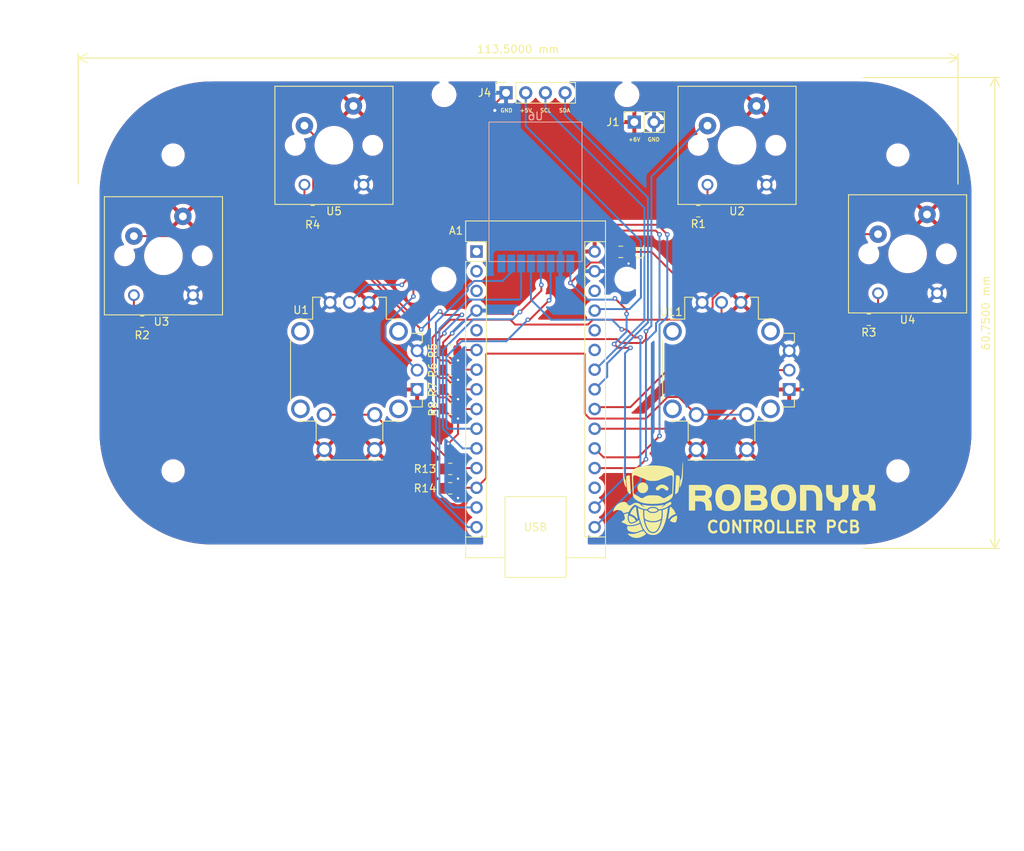
<source format=kicad_pcb>
(kicad_pcb (version 20211014) (generator pcbnew)
  (layers (0 "F.Cu" signal) (31 "B.Cu" signal) (34 "B.Paste" user) (35 "F.Paste" user) (36 "B.SilkS" user "B.Silkscreen") (37 "F.SilkS" user "F.Silkscreen") (38 "B.Mask" user) (39 "F.Mask" user) (44 "Edge.Cuts" user))
  (net 0 "")
  (net 2 "GND")
  (net 3 "Net-(A1-Pad10)")
  (net 4 "Net-(A1-Pad11)")
  (net 5 "Net-(A1-Pad12)")
  (net 6 "Net-(A1-Pad13)")
  (net 7 "Net-(A1-Pad14)")
  (net 8 "Net-(A1-Pad15)")
  (net 9 "Net-(A1-Pad16)")
  (net 10 "+3.3V")
  (net 15 "Net-(A1-Pad6)")
  (net 16 "+5V")
  (net 18 "+6V")
  (net 20 "/SDA")
  (net 21 "/SCL")
  (net 23 "Net-(A1-Pad7)")
  (net 24 "Net-(A1-Pad8)")
  (net 25 "Net-(A1-Pad9)")
  (net 26 "Net-(A1-Pad19)")
  (net 27 "Net-(A1-Pad20)")
  (net 28 "Net-(A1-Pad21)")
  (net 29 "Net-(A1-Pad22)")
  (net 31 "Net-(R1-Pad1)")
  (net 32 "Net-(R2-Pad1)")
  (net 33 "Net-(R3-Pad1)")
  (net 34 "Net-(R4-Pad1)")
  (footprint "THB001P:CNK_THB001P" (layer "F.Cu") (at 76 109)
    (fp_text reference "U1" (at -6.25 -7.75) (layer "F.SilkS"))
    (fp_text value "THB001P")
    (pad "A" thru_hole circle locked (at -3.25 5.75) (size 1.95 1.95) (drill 1.3) (layers *.Cu *.Mask) (net 5 "Net-(A1-Pad12)"))
    (pad "B" thru_hole circle locked (at 3.25 5.75) (size 1.95 1.95) (drill 1.3) (layers *.Cu *.Mask) (net 5 "Net-(A1-Pad12)"))
    (pad "C" thru_hole circle locked (at -3.25 10.25) (size 1.95 1.95) (drill 1.3) (layers *.Cu *.Mask) (net 18 "+6V"))
    (pad "D" thru_hole circle locked (at 3.25 10.25) (size 1.95 1.95) (drill 1.3) (layers *.Cu *.Mask) (net 18 "+6V"))
    (pad "S1" thru_hole circle locked (at 6.325 -5) (size 2.4 2.4) (drill 1.6) (layers *.Cu *.Mask))
    (pad "S2" thru_hole circle locked (at -6.325 -5) (size 2.4 2.4) (drill 1.6) (layers *.Cu *.Mask))
    (pad "S3" thru_hole circle locked (at -6.325 5) (size 2.4 2.4) (drill 1.6) (layers *.Cu *.Mask))
    (pad "S4" thru_hole circle locked (at 6.325 5) (size 2.4 2.4) (drill 1.6) (layers *.Cu *.Mask))
    (pad "VR1_1" thru_hole rect locked (at 8.73 2.5) (size 1.65 1.65) (drill 1.1) (layers *.Cu *.Mask) (net 18 "+6V"))
    (pad "VR1_2" thru_hole circle locked (at 8.73 0) (size 1.65 1.65) (drill 1.1) (layers *.Cu *.Mask) (net 26 "Net-(A1-Pad19)"))
    (pad "VR1_3" thru_hole circle locked (at 8.73 -2.5) (size 1.65 1.65) (drill 1.1) (layers *.Cu *.Mask) (net 2 "GND"))
    (pad "VR2_1" thru_hole circle locked (at 2.5 -8.73) (size 1.65 1.65) (drill 1.1) (layers *.Cu *.Mask) (net 18 "+6V"))
    (pad "VR2_2" thru_hole circle locked (at 0 -8.73) (size 1.65 1.65) (drill 1.1) (layers *.Cu *.Mask) (net 27 "Net-(A1-Pad20)"))
    (pad "VR2_3" thru_hole circle locked (at -2.5 -8.73) (size 1.65 1.65) (drill 1.1) (layers *.Cu *.Mask) (net 2 "GND"))
  )
  (footprint "Resistor_SMD:R_0805_2012Metric" (layer "F.Cu") (at 49.25 102.75)
    (fp_text reference "R2" (at 0 1.75) (layer "F.SilkS"))
    (fp_text value "68R")
    (pad "1" smd roundrect (at -0.9125 0) (size 1.025 1.4) (layers "F.Cu" "F.Paste" "F.Mask") (roundrect_rratio 0.243902439) (net 32 "Net-(R2-Pad1)"))
    (pad "2" smd roundrect (at 0.9125 0) (size 1.025 1.4) (layers "F.Cu" "F.Paste" "F.Mask") (roundrect_rratio 0.243902439) (net 18 "+6V"))
  )
  (footprint "THB001P:CNK_THB001P" (layer "F.Cu") (at 124 109)
    (fp_text reference "U11" (at -6.5 -7.5) (layer "F.SilkS"))
    (fp_text value "THB001P")
    (pad "A" thru_hole circle locked (at -3.25 5.75) (size 1.95 1.95) (drill 1.3) (layers *.Cu *.Mask) (net 6 "Net-(A1-Pad13)"))
    (pad "B" thru_hole circle locked (at 3.25 5.75) (size 1.95 1.95) (drill 1.3) (layers *.Cu *.Mask) (net 6 "Net-(A1-Pad13)"))
    (pad "C" thru_hole circle locked (at -3.25 10.25) (size 1.95 1.95) (drill 1.3) (layers *.Cu *.Mask) (net 18 "+6V"))
    (pad "D" thru_hole circle locked (at 3.25 10.25) (size 1.95 1.95) (drill 1.3) (layers *.Cu *.Mask) (net 18 "+6V"))
    (pad "S1" thru_hole circle locked (at 6.325 -5) (size 2.4 2.4) (drill 1.6) (layers *.Cu *.Mask))
    (pad "S2" thru_hole circle locked (at -6.325 -5) (size 2.4 2.4) (drill 1.6) (layers *.Cu *.Mask))
    (pad "S3" thru_hole circle locked (at -6.325 5) (size 2.4 2.4) (drill 1.6) (layers *.Cu *.Mask))
    (pad "S4" thru_hole circle locked (at 6.325 5) (size 2.4 2.4) (drill 1.6) (layers *.Cu *.Mask))
    (pad "VR1_1" thru_hole rect locked (at 8.73 2.5) (size 1.65 1.65) (drill 1.1) (layers *.Cu *.Mask) (net 18 "+6V"))
    (pad "VR1_2" thru_hole circle locked (at 8.73 0) (size 1.65 1.65) (drill 1.1) (layers *.Cu *.Mask) (net 28 "Net-(A1-Pad21)"))
    (pad "VR1_3" thru_hole circle locked (at 8.73 -2.5) (size 1.65 1.65) (drill 1.1) (layers *.Cu *.Mask) (net 2 "GND"))
    (pad "VR2_1" thru_hole circle locked (at 2.5 -8.73) (size 1.65 1.65) (drill 1.1) (layers *.Cu *.Mask) (net 18 "+6V"))
    (pad "VR2_2" thru_hole circle locked (at 0 -8.73) (size 1.65 1.65) (drill 1.1) (layers *.Cu *.Mask) (net 29 "Net-(A1-Pad22)"))
    (pad "VR2_3" thru_hole circle locked (at -2.5 -8.73) (size 1.65 1.65) (drill 1.1) (layers *.Cu *.Mask) (net 2 "GND"))
  )
  (footprint "Resistor_SMD:R_0805_2012Metric" (layer "F.Cu") (at 89 114)
    (fp_text reference "R8" (at -2.25 0 90) (layer "F.SilkS"))
    (fp_text value "10K")
    (pad "1" smd roundrect (at -0.9125 0) (size 1.025 1.4) (layers "F.Cu" "F.Paste" "F.Mask") (roundrect_rratio 0.243902439) (net 2 "GND"))
    (pad "2" smd roundrect (at 0.9125 0) (size 1.025 1.4) (layers "F.Cu" "F.Paste" "F.Mask") (roundrect_rratio 0.243902439) (net 25 "Net-(A1-Pad9)"))
  )
  (footprint "MX1A-11NN:CHERRY_MX1A-11NN_SWITCH" (layer "F.Cu") (at 126 80)
    (fp_text reference "U2" (at 0 8.5) (layer "F.SilkS"))
    (fp_text value "MX1A-11NN")
    (pad "" np_thru_hole circle locked (at -5 0) (size 1.7 1.7) (drill 1.7) (layers *.Cu *.Mask))
    (pad "" np_thru_hole circle locked (at 5 0) (size 1.7 1.7) (drill 1.7) (layers *.Cu *.Mask))
    (pad "" np_thru_hole circle locked (at 0 0) (size 3.9878 3.9878) (drill 3.9878) (layers *.Cu *.Mask))
    (pad "BR1" thru_hole circle locked (at -3.81 5.08) (size 1.508 1.508) (drill 1) (layers *.Cu *.Mask) (net 31 "Net-(R1-Pad1)"))
    (pad "BR2" thru_hole circle locked (at 3.81 5.08) (size 1.508 1.508) (drill 1) (layers *.Cu *.Mask) (net 2 "GND"))
    (pad "P$1" thru_hole circle locked (at 2.51 -5.08) (size 2.25 2.25) (drill 1) (layers *.Cu *.Mask) (net 18 "+6V"))
    (pad "P$2" thru_hole circle locked (at -3.81 -2.54) (size 2.25 2.25) (drill 1) (layers *.Cu *.Mask) (net 15 "Net-(A1-Pad6)"))
  )
  (footprint "MX1A-11NN:CHERRY_MX1A-11NN_SWITCH" (layer "F.Cu") (at 52 94.25)
    (fp_text reference "U3" (at -0.25 8.5) (layer "F.SilkS"))
    (fp_text value "MX1A-11NN")
    (pad "" np_thru_hole circle locked (at -5 0) (size 1.7 1.7) (drill 1.7) (layers *.Cu *.Mask))
    (pad "" np_thru_hole circle locked (at 5 0) (size 1.7 1.7) (drill 1.7) (layers *.Cu *.Mask))
    (pad "" np_thru_hole circle locked (at 0 0) (size 3.9878 3.9878) (drill 3.9878) (layers *.Cu *.Mask))
    (pad "BR1" thru_hole circle locked (at -3.81 5.08) (size 1.508 1.508) (drill 1) (layers *.Cu *.Mask) (net 32 "Net-(R2-Pad1)"))
    (pad "BR2" thru_hole circle locked (at 3.81 5.08) (size 1.508 1.508) (drill 1) (layers *.Cu *.Mask) (net 2 "GND"))
    (pad "P$1" thru_hole circle locked (at 2.51 -5.08) (size 2.25 2.25) (drill 1) (layers *.Cu *.Mask) (net 18 "+6V"))
    (pad "P$2" thru_hole circle locked (at -3.81 -2.54) (size 2.25 2.25) (drill 1) (layers *.Cu *.Mask) (net 23 "Net-(A1-Pad7)"))
  )
  (footprint "Resistor_SMD:R_0805_2012Metric" (layer "F.Cu") (at 89 124.25)
    (fp_text reference "R14" (at -3.25 0) (layer "F.SilkS"))
    (fp_text value "10K")
    (pad "1" smd roundrect (at -0.9125 0) (size 1.025 1.4) (layers "F.Cu" "F.Paste" "F.Mask") (roundrect_rratio 0.243902439) (net 2 "GND"))
    (pad "2" smd roundrect (at 0.9125 0) (size 1.025 1.4) (layers "F.Cu" "F.Paste" "F.Mask") (roundrect_rratio 0.243902439) (net 6 "Net-(A1-Pad13)"))
  )
  (footprint "Module:Arduino_Nano" (layer "F.Cu") (at 92.39 93.7)
    (fp_text reference "A1" (at -2.64 -2.7) (layer "F.SilkS"))
    (fp_text value "Arduino_Nano_v3.x")
    (fp_text user "USB" (at 7.62 35.56 unlocked) (layer "F.SilkS"))
    (pad "1" thru_hole rect (at 0 0) (size 1.6 1.6) (drill 1) (layers *.Cu *.Mask))
    (pad "2" thru_hole oval (at 0 2.54) (size 1.6 1.6) (drill 1) (layers *.Cu *.Mask))
    (pad "3" thru_hole oval (at 0 5.08) (size 1.6 1.6) (drill 1) (layers *.Cu *.Mask))
    (pad "4" thru_hole oval (at 0 7.62) (size 1.6 1.6) (drill 1) (layers *.Cu *.Mask) (net 2 "GND"))
    (pad "5" thru_hole oval (at 0 10.16) (size 1.6 1.6) (drill 1) (layers *.Cu *.Mask))
    (pad "6" thru_hole oval (at 0 12.7) (size 1.6 1.6) (drill 1) (layers *.Cu *.Mask) (net 15 "Net-(A1-Pad6)"))
    (pad "7" thru_hole oval (at 0 15.24) (size 1.6 1.6) (drill 1) (layers *.Cu *.Mask) (net 23 "Net-(A1-Pad7)"))
    (pad "8" thru_hole oval (at 0 17.78) (size 1.6 1.6) (drill 1) (layers *.Cu *.Mask) (net 24 "Net-(A1-Pad8)"))
    (pad "9" thru_hole oval (at 0 20.32) (size 1.6 1.6) (drill 1) (layers *.Cu *.Mask) (net 25 "Net-(A1-Pad9)"))
    (pad "10" thru_hole oval (at 0 22.86) (size 1.6 1.6) (drill 1) (layers *.Cu *.Mask) (net 3 "Net-(A1-Pad10)"))
    (pad "11" thru_hole oval (at 0 25.4) (size 1.6 1.6) (drill 1) (layers *.Cu *.Mask) (net 4 "Net-(A1-Pad11)"))
    (pad "12" thru_hole oval (at 0 27.94) (size 1.6 1.6) (drill 1) (layers *.Cu *.Mask) (net 5 "Net-(A1-Pad12)"))
    (pad "13" thru_hole oval (at 0 30.48) (size 1.6 1.6) (drill 1) (layers *.Cu *.Mask) (net 6 "Net-(A1-Pad13)"))
    (pad "14" thru_hole oval (at 0 33.02) (size 1.6 1.6) (drill 1) (layers *.Cu *.Mask) (net 7 "Net-(A1-Pad14)"))
    (pad "15" thru_hole oval (at 0 35.56) (size 1.6 1.6) (drill 1) (layers *.Cu *.Mask) (net 8 "Net-(A1-Pad15)"))
    (pad "16" thru_hole oval (at 15.24 35.56) (size 1.6 1.6) (drill 1) (layers *.Cu *.Mask) (net 9 "Net-(A1-Pad16)"))
    (pad "17" thru_hole oval (at 15.24 33.02) (size 1.6 1.6) (drill 1) (layers *.Cu *.Mask) (net 10 "+3.3V"))
    (pad "18" thru_hole oval (at 15.24 30.48) (size 1.6 1.6) (drill 1) (layers *.Cu *.Mask))
    (pad "19" thru_hole oval (at 15.24 27.94) (size 1.6 1.6) (drill 1) (layers *.Cu *.Mask) (net 26 "Net-(A1-Pad19)"))
    (pad "20" thru_hole oval (at 15.24 25.4) (size 1.6 1.6) (drill 1) (layers *.Cu *.Mask) (net 27 "Net-(A1-Pad20)"))
    (pad "21" thru_hole oval (at 15.24 22.86) (size 1.6 1.6) (drill 1) (layers *.Cu *.Mask) (net 28 "Net-(A1-Pad21)"))
    (pad "22" thru_hole oval (at 15.24 20.32) (size 1.6 1.6) (drill 1) (layers *.Cu *.Mask) (net 29 "Net-(A1-Pad22)"))
    (pad "23" thru_hole oval (at 15.24 17.78) (size 1.6 1.6) (drill 1) (layers *.Cu *.Mask) (net 20 "/SDA"))
    (pad "24" thru_hole oval (at 15.24 15.24) (size 1.6 1.6) (drill 1) (layers *.Cu *.Mask) (net 21 "/SCL"))
    (pad "25" thru_hole oval (at 15.24 12.7) (size 1.6 1.6) (drill 1) (layers *.Cu *.Mask))
    (pad "26" thru_hole oval (at 15.24 10.16) (size 1.6 1.6) (drill 1) (layers *.Cu *.Mask))
    (pad "27" thru_hole oval (at 15.24 7.62) (size 1.6 1.6) (drill 1) (layers *.Cu *.Mask) (net 16 "+5V"))
    (pad "28" thru_hole oval (at 15.24 5.08) (size 1.6 1.6) (drill 1) (layers *.Cu *.Mask))
    (pad "29" thru_hole oval (at 15.24 2.54) (size 1.6 1.6) (drill 1) (layers *.Cu *.Mask) (net 2 "GND"))
    (pad "30" thru_hole oval (at 15.24 0) (size 1.6 1.6) (drill 1) (layers *.Cu *.Mask) (net 18 "+6V"))
  )
  (footprint "Capacitor_SMD:C_0805_2012Metric" (layer "F.Cu") (at 111 93.75)
    (fp_text reference "C1" (at 2.5 0 90) (layer "F.SilkS"))
    (fp_text value "10UF")
    (pad "1" smd roundrect (at -0.95 0) (size 1 1.45) (layers "F.Cu" "F.Paste" "F.Mask") (net 10 "+3.3V"))
    (pad "2" smd roundrect (at 0.95 0) (size 1 1.45) (layers "F.Cu" "F.Paste" "F.Mask") (net 2 "GND"))
  )
  (footprint "Resistor_SMD:R_0805_2012Metric" (layer "F.Cu") (at 89 121.75)
    (fp_text reference "R13" (at -3.25 0) (layer "F.SilkS"))
    (fp_text value "10K")
    (pad "1" smd roundrect (at -0.9125 0) (size 1.025 1.4) (layers "F.Cu" "F.Paste" "F.Mask") (roundrect_rratio 0.243902439) (net 2 "GND"))
    (pad "2" smd roundrect (at 0.9125 0) (size 1.025 1.4) (layers "F.Cu" "F.Paste" "F.Mask") (roundrect_rratio 0.243902439) (net 5 "Net-(A1-Pad12)"))
  )
  (footprint "LOGO" (layer "F.Cu") (at 127 125.5)
    (fp_text reference "G***" hide)
    (fp_text value "LOGO" hide)
  )
  (footprint "Resistor_SMD:R_0805_2012Metric" (layer "F.Cu") (at 71.25 88.5)
    (fp_text reference "R4" (at 0 1.75) (layer "F.SilkS"))
    (fp_text value "68R")
    (pad "1" smd roundrect (at -0.9125 0) (size 1.025 1.4) (layers "F.Cu" "F.Paste" "F.Mask") (roundrect_rratio 0.243902439) (net 34 "Net-(R4-Pad1)"))
    (pad "2" smd roundrect (at 0.9125 0) (size 1.025 1.4) (layers "F.Cu" "F.Paste" "F.Mask") (roundrect_rratio 0.243902439) (net 18 "+6V"))
  )
  (footprint "MX1A-11NN:CHERRY_MX1A-11NN_SWITCH" (layer "F.Cu") (at 148 94)
    (fp_text reference "U4" (at 0 8.5) (layer "F.SilkS"))
    (fp_text value "MX1A-11NN")
    (pad "" np_thru_hole circle locked (at 0 0) (size 3.9878 3.9878) (drill 3.9878) (layers *.Cu *.Mask))
    (pad "" np_thru_hole circle locked (at 5 0) (size 1.7 1.7) (drill 1.7) (layers *.Cu *.Mask))
    (pad "" np_thru_hole circle locked (at -5 0) (size 1.7 1.7) (drill 1.7) (layers *.Cu *.Mask))
    (pad "BR1" thru_hole circle locked (at -3.81 5.08) (size 1.508 1.508) (drill 1) (layers *.Cu *.Mask) (net 33 "Net-(R3-Pad1)"))
    (pad "BR2" thru_hole circle locked (at 3.81 5.08) (size 1.508 1.508) (drill 1) (layers *.Cu *.Mask) (net 2 "GND"))
    (pad "P$1" thru_hole circle locked (at 2.51 -5.08) (size 2.25 2.25) (drill 1) (layers *.Cu *.Mask) (net 18 "+6V"))
    (pad "P$2" thru_hole circle locked (at -3.81 -2.54) (size 2.25 2.25) (drill 1) (layers *.Cu *.Mask) (net 24 "Net-(A1-Pad8)"))
  )
  (footprint "MX1A-11NN:CHERRY_MX1A-11NN_SWITCH" (layer "F.Cu") (at 74 80)
    (fp_text reference "U5" (at 0 8.5) (layer "F.SilkS"))
    (fp_text value "MX1A-11NN")
    (pad "" np_thru_hole circle locked (at -5 0) (size 1.7 1.7) (drill 1.7) (layers *.Cu *.Mask))
    (pad "" np_thru_hole circle locked (at 5 0) (size 1.7 1.7) (drill 1.7) (layers *.Cu *.Mask))
    (pad "" np_thru_hole circle locked (at 0 0) (size 3.9878 3.9878) (drill 3.9878) (layers *.Cu *.Mask))
    (pad "BR1" thru_hole circle locked (at -3.81 5.08) (size 1.508 1.508) (drill 1) (layers *.Cu *.Mask) (net 34 "Net-(R4-Pad1)"))
    (pad "BR2" thru_hole circle locked (at 3.81 5.08) (size 1.508 1.508) (drill 1) (layers *.Cu *.Mask) (net 2 "GND"))
    (pad "P$1" thru_hole circle locked (at 2.51 -5.08) (size 2.25 2.25) (drill 1) (layers *.Cu *.Mask) (net 18 "+6V"))
    (pad "P$2" thru_hole circle locked (at -3.81 -2.54) (size 2.25 2.25) (drill 1) (layers *.Cu *.Mask) (net 25 "Net-(A1-Pad9)"))
  )
  (footprint "Resistor_SMD:R_0805_2012Metric" (layer "F.Cu") (at 89 106.5)
    (fp_text reference "R5" (at -2.25 0 90) (layer "F.SilkS"))
    (fp_text value "10K")
    (pad "1" smd roundrect (at -0.9125 0) (size 1.025 1.4) (layers "F.Cu" "F.Paste" "F.Mask") (roundrect_rratio 0.243902439) (net 2 "GND"))
    (pad "2" smd roundrect (at 0.9125 0) (size 1.025 1.4) (layers "F.Cu" "F.Paste" "F.Mask") (roundrect_rratio 0.243902439) (net 15 "Net-(A1-Pad6)"))
  )
  (footprint "Resistor_SMD:R_0805_2012Metric" (layer "F.Cu") (at 89 109)
    (fp_text reference "R6" (at -2.25 0 90) (layer "F.SilkS"))
    (fp_text value "10K")
    (pad "1" smd roundrect (at -0.9125 0) (size 1.025 1.4) (layers "F.Cu" "F.Paste" "F.Mask") (roundrect_rratio 0.243902439) (net 2 "GND"))
    (pad "2" smd roundrect (at 0.9125 0) (size 1.025 1.4) (layers "F.Cu" "F.Paste" "F.Mask") (roundrect_rratio 0.243902439) (net 23 "Net-(A1-Pad7)"))
  )
  (footprint "Connector_PinSocket_2.54mm:PinSocket_1x02_P2.54mm_Vertical" (layer "F.Cu") (at 112.75 77 90)
    (fp_text reference "J1" (at 0 -2.75 180) (layer "F.SilkS"))
    (fp_text value "Screw_Terminal_01x02")
    (pad "1" thru_hole rect (at 0 0 90) (size 1.7 1.7) (drill 1) (layers *.Cu *.Mask) (net 18 "+6V"))
    (pad "2" thru_hole oval (at 0 2.54 90) (size 1.7 1.7) (drill 1) (layers *.Cu *.Mask) (net 2 "GND"))
  )
  (footprint "Resistor_SMD:R_0805_2012Metric" (layer "F.Cu") (at 143 102.5 180)
    (fp_text reference "R3" (at 0 -1.65 180) (layer "F.SilkS"))
    (fp_text value "68R")
    (pad "1" smd roundrect (at -0.9125 0 180) (size 1.025 1.4) (layers "F.Cu" "F.Paste" "F.Mask") (roundrect_rratio 0.243902439) (net 33 "Net-(R3-Pad1)"))
    (pad "2" smd roundrect (at 0.9125 0 180) (size 1.025 1.4) (layers "F.Cu" "F.Paste" "F.Mask") (roundrect_rratio 0.243902439) (net 18 "+6V"))
  )
  (footprint "Resistor_SMD:R_0805_2012Metric" (layer "F.Cu") (at 121 88.5 180)
    (fp_text reference "R1" (at 0 -1.65 180) (layer "F.SilkS"))
    (fp_text value "68R")
    (pad "1" smd roundrect (at -0.9125 0 180) (size 1.025 1.4) (layers "F.Cu" "F.Paste" "F.Mask") (roundrect_rratio 0.243902439) (net 31 "Net-(R1-Pad1)"))
    (pad "2" smd roundrect (at 0.9125 0 180) (size 1.025 1.4) (layers "F.Cu" "F.Paste" "F.Mask") (roundrect_rratio 0.243902439) (net 18 "+6V"))
  )
  (footprint "Resistor_SMD:R_0805_2012Metric" (layer "F.Cu") (at 89 111.5)
    (fp_text reference "R7" (at -2.25 0 90) (layer "F.SilkS"))
    (fp_text value "10K")
    (pad "1" smd roundrect (at -0.9125 0) (size 1.025 1.4) (layers "F.Cu" "F.Paste" "F.Mask") (roundrect_rratio 0.243902439) (net 2 "GND"))
    (pad "2" smd roundrect (at 0.9125 0) (size 1.025 1.4) (layers "F.Cu" "F.Paste" "F.Mask") (roundrect_rratio 0.243902439) (net 24 "Net-(A1-Pad8)"))
  )
  (footprint "Connector_PinSocket_2.54mm:PinSocket_1x04_P2.54mm_Vertical" (layer "F.Cu") (at 96.2 73.225 90)
    (fp_text reference "J4" (at 0 -2.77 180) (layer "F.SilkS"))
    (fp_text value "OLED SCREEN")
    (pad "1" thru_hole rect (at 0 0 90) (size 1.7 1.7) (drill 1) (layers *.Cu *.Mask) (net 2 "GND"))
    (pad "2" thru_hole oval (at 0 2.54 90) (size 1.7 1.7) (drill 1) (layers *.Cu *.Mask) (net 16 "+5V"))
    (pad "3" thru_hole oval (at 0 5.08 90) (size 1.7 1.7) (drill 1) (layers *.Cu *.Mask) (net 21 "/SCL"))
    (pad "4" thru_hole oval (at 0 7.62 90) (size 1.7 1.7) (drill 1) (layers *.Cu *.Mask) (net 20 "/SDA"))
  )
  (footprint "nRF24L01BRKT_SMD:nRF24L01_Breakout_SMD" (layer "B.Cu") (at 106 95 90)
    (fp_text reference "U6" (at 18.75 -6 unlocked) (layer "B.SilkS") (effects (justify mirror)))
    (fp_text value "NRF24L01_Breakout")
    (pad "1" smd rect (at -0.25 -2.78 90) (size 2.286 1) (layers "B.Cu" "B.Paste" "B.Mask") (net 2 "GND"))
    (pad "2" smd rect (at -0.25 -1.51 90) (size 2.286 1) (layers "B.Cu" "B.Paste" "B.Mask") (net 10 "+3.3V"))
    (pad "3" smd rect (at -0.25 -4.05 90) (size 2.286 1) (layers "B.Cu" "B.Paste" "B.Mask") (net 3 "Net-(A1-Pad10)"))
    (pad "4" smd rect (at -0.25 -5.32 90) (size 2.286 1) (layers "B.Cu" "B.Paste" "B.Mask") (net 4 "Net-(A1-Pad11)"))
    (pad "5" smd rect (at -0.25 -6.59 90) (size 2.286 1) (layers "B.Cu" "B.Paste" "B.Mask") (net 9 "Net-(A1-Pad16)"))
    (pad "6" smd rect (at -0.25 -7.86 90) (size 2.286 1) (layers "B.Cu" "B.Paste" "B.Mask") (net 7 "Net-(A1-Pad14)"))
    (pad "7" smd rect (at -0.25 -9.13 90) (size 2.286 1) (layers "B.Cu" "B.Paste" "B.Mask") (net 8 "Net-(A1-Pad15)"))
    (pad "8" smd rect (at -0.25 -10.4 90) (size 2.286 1) (layers "B.Cu" "B.Paste" "B.Mask"))
  )
  (gr_line (start 43.25 86.25) (end 43.25 117) (layer "Edge.Cuts") (width 0.01))
  (gr_arc (start 141.75 71.25) (mid 152.356602 75.643398) (end 156.75 86.25) (layer "Edge.Cuts") (width 0.01))
  (gr_line (start 93.75 107) (end 106.25 107) (layer "Edge.Cuts") (width 0.01))
  (gr_arc (start 58.25 132) (mid 47.643398 127.606602) (end 43.25 117) (layer "Edge.Cuts") (width 0.01))
  (gr_arc (start 156.75 117) (mid 152.356602 127.606602) (end 141.75 132) (layer "Edge.Cuts") (width 0.01))
  (gr_circle (center 88.2 97.275) (end 87.1 97.275) (layer "Edge.Cuts") (width 0.01) (fill none))
  (gr_line (start 141.75 71.25) (end 58.25 71.25) (layer "Edge.Cuts") (width 0.01))
  (gr_circle (center 53.25 81.25) (end 52.25 81.25) (layer "Edge.Cuts") (width 0.01) (fill none))
  (gr_circle (center 53.25 122) (end 52.25 122) (layer "Edge.Cuts") (width 0.01) (fill none))
  (gr_circle (center 111.8 97.275) (end 110.7 97.275) (layer "Edge.Cuts") (width 0.01) (fill none))
  (gr_circle (center 111.8 73.475) (end 110.7 73.475) (layer "Edge.Cuts") (width 0.01) (fill none))
  (gr_arc (start 43.25 86.25) (mid 47.643398 75.643398) (end 58.25 71.25) (layer "Edge.Cuts") (width 0.01))
  (gr_line (start 93.75 132) (end 93.75 107) (layer "Edge.Cuts") (width 0.01))
  (gr_circle (center 146.75 122) (end 145.75 122) (layer "Edge.Cuts") (width 0.01) (fill none))
  (gr_circle (center 88.2 73.475) (end 87.1 73.475) (layer "Edge.Cuts") (width 0.01) (fill none))
  (gr_line (start 156.75 117) (end 156.75 86.25) (layer "Edge.Cuts") (width 0.01))
  (gr_line (start 106.25 132) (end 141.75 132) (layer "Edge.Cuts") (width 0.01))
  (gr_circle (center 146.75 81.25) (end 145.75 81.25) (layer "Edge.Cuts") (width 0.01) (fill none))
  (gr_line (start 58.25 132) (end 93.75 132) (layer "Edge.Cuts") (width 0.01))
  (gr_line (start 106.25 107) (end 106.25 132) (layer "Edge.Cuts") (width 0.01))
  (gr_text "GND" (at 96.25 75.5) (layer "F.SilkS") (effects (font (size 0.5 0.5) (thickness 0.1))))
  (gr_text "SCL" (at 101.31 75.5) (layer "F.SilkS") (effects (font (size 0.5 0.5) (thickness 0.1))))
  (gr_text "+6V" (at 112.75 79.25) (layer "F.SilkS") (effects (font (size 0.5 0.5) (thickness 0.1))))
  (gr_text "+5V" (at 98.75 75.5) (layer "F.SilkS") (effects (font (size 0.5 0.5) (thickness 0.1))))
  (gr_text "CONTROLLER PCB" (at 132 129.25) (layer "F.SilkS") (effects (font (size 1.5 1.5) (thickness 0.3))))
  (gr_text "GND" (at 115.25 79.25) (layer "F.SilkS") (effects (font (size 0.5 0.5) (thickness 0.1))))
  (gr_text "SDA" (at 103.75 75.5) (layer "F.SilkS") (effects (font (size 0.5 0.5) (thickness 0.1))))
  (dimension (type aligned) (layer "F.SilkS") (pts (xy 141.75 71.25) (xy 141.75 132)) (height -17.5) (gr_text "60.7500 mm" (at 158.1 101.625 90) (layer "F.SilkS") (effects (font (size 1 1) (thickness 0.15)))) (format (units 3) (units_format 1) (precision 4)) (style (thickness 0.15) (arrow_length 1.27) (text_position_mode 0) (extension_height 0.58642) (extension_offset 0.5) keep_text_aligned))
  (dimension (type aligned) (layer "F.SilkS") (pts (xy 41 85.5) (xy 154.5 85.5)) (height -16.75) (gr_text "113.5000 mm" (at 97.75 67.6) (layer "F.SilkS") (effects (font (size 1 1) (thickness 0.15)))) (format (units 3) (units_format 1) (precision 4)) (style (thickness 0.15) (arrow_length 1.27) (text_position_mode 0) (extension_height 0.58642) (extension_offset 0.5) keep_text_aligned))
  (segment (start 90 107.75) (end 89.3375 107.75) (width 0.25) (layer "F.Cu") (net 2))
  (segment (start 114.98 93.75) (end 121.5 100.27) (width 0.25) (layer "F.Cu") (net 2))
  (segment (start 90 115.25) (end 90 117.25) (width 0.25) (layer "F.Cu") (net 2))
  (segment (start 112 95.25) (end 112 93.8) (width 0.25) (layer "F.Cu") (net 2))
  (segment (start 89.3375 123) (end 88.0875 121.75) (width 0.25) (layer "F.Cu") (net 2))
  (segment (start 94.75 74.675) (end 94.75 75.5) (width 0.25) (layer "F.Cu") (net 2))
  (segment (start 90 115.25) (end 89.3375 115.25) (width 0.25) (layer "F.Cu") (net 2))
  (segment (start 89.3375 115.25) (end 88.0875 114) (width 0.25) (layer "F.Cu") (net 2))
  (segment (start 90 117.25) (end 88.75 118.5) (width 0.25) (layer "F.Cu") (net 2))
  (segment (start 111.95 93.75) (end 114.98 93.75) (width 0.25) (layer "F.Cu") (net 2))
  (segment (start 112 93.8) (end 111.95 93.75) (width 0.25) (layer "F.Cu") (net 2))
  (segment (start 90 123) (end 89.3375 123) (width 0.25) (layer "F.Cu") (net 2))
  (segment (start 89.3375 112.75) (end 88.0875 111.5) (width 0.25) (layer "F.Cu") (net 2))
  (segment (start 89.3375 110.25) (end 88.0875 109) (width 0.25) (layer "F.Cu") (net 2))
  (segment (start 86.75 114) (end 88.0875 114) (width 0.25) (layer "F.Cu") (net 2))
  (segment (start 96.2 73.225) (end 94.75 74.675) (width 0.25) (layer "F.Cu") (net 2))
  (segment (start 89.25 104.25) (end 88.0875 105.4125) (width 0.25) (layer "F.Cu") (net 2))
  (segment (start 88.0875 105.4125) (end 88.0875 106.5) (width 0.25) (layer "F.Cu") (net 2))
  (segment (start 90 112.75) (end 89.3375 112.75) (width 0.25) (layer "F.Cu") (net 2))
  (segment (start 86.5255 113.7755) (end 86.75 114) (width 0.25) (layer "F.Cu") (net 2))
  (segment (start 89.3375 107.75) (end 88.0875 106.5) (width 0.25) (layer "F.Cu") (net 2))
  (segment (start 89.3375 125.5) (end 88.0875 124.25) (width 0.25) (layer "F.Cu") (net 2))
  (segment (start 86.5255 113.25) (end 86.5255 113.7755) (width 0.25) (layer "F.Cu") (net 2))
  (segment (start 90 125.5) (end 89.3375 125.5) (width 0.25) (layer "F.Cu") (net 2))
  (segment (start 90 110.25) (end 89.3375 110.25) (width 0.25) (layer "F.Cu") (net 2))
  (via (at 90 112.75) (size 0.6) (drill 0.3) (layers "F.Cu" "B.Cu") (net 2))
  (via (at 90 125.5) (size 0.6) (drill 0.3) (layers "F.Cu" "B.Cu") (net 2))
  (via (at 86.5255 113.25) (size 0.6) (drill 0.3) (layers "F.Cu" "B.Cu") (net 2))
  (via (at 90 110.25) (size 0.6) (drill 0.3) (layers "F.Cu" "B.Cu") (net 2))
  (via (at 88.75 118.5) (size 0.6) (drill 0.3) (layers "F.Cu" "B.Cu") (net 2))
  (via (at 94.75 75.5) (size 0.8) (drill 0.4) (layers "F.Cu" "B.Cu") (net 2))
  (via (at 90 107.75) (size 0.6) (drill 0.3) (layers "F.Cu" "B.Cu") (net 2))
  (via (at 112 95.25) (size 0.6) (drill 0.3) (layers "F.Cu" "B.Cu") (net 2))
  (via (at 89.25 104.25) (size 0.6) (drill 0.3) (layers "F.Cu" "B.Cu") (net 2))
  (via (at 90 115.25) (size 0.6) (drill 0.3) (layers "F.Cu" "B.Cu") (net 2))
  (via (at 90 123) (size 0.6) (drill 0.3) (layers "F.Cu" "B.Cu") (net 2))
  (segment (start 92.18 101.32) (end 92.39 101.32) (width 0.25) (layer "B.Cu") (net 2))
  (segment (start 86.5255 108.2955) (end 86.5255 113.25) (width 0.25) (layer "B.Cu") (net 2))
  (segment (start 84.73 106.5) (end 86.5255 108.2955) (width 0.25) (layer "B.Cu") (net 2))
  (segment (start 89.25 104.25) (end 92.18 101.32) (width 0.25) (layer "B.Cu") (net 2))
  (segment (start 99.25 102.5) (end 99 102.5) (width 0.25) (layer "F.Cu") (net 3))
  (segment (start 101.75 100) (end 99.25 102.5) (width 0.25) (layer "F.Cu") (net 3))
  (via (at 101.75 100) (size 0.6) (drill 0.3) (layers "F.Cu" "B.Cu") (net 3))
  (via (at 99 102.5) (size 0.6) (drill 0.3) (layers "F.Cu" "B.Cu") (net 3))
  (segment (start 90.475 105.275) (end 88.5 107.25) (width 0.25) (layer "B.Cu") (net 3))
  (segment (start 101.95 99.8) (end 101.75 100) (width 0.25) (layer "B.Cu") (net 3))
  (segment (start 101.95 95.25) (end 101.95 99.8) (width 0.25) (layer "B.Cu") (net 3))
  (segment (start 88.5 107.25) (end 88.5 116.363604) (width 0.25) (layer "B.Cu") (net 3))
  (segment (start 88.696396 116.56) (end 92.39 116.56) (width 0.25) (layer "B.Cu") (net 3))
  (segment (start 88.5 116.363604) (end 88.696396 116.56) (width 0.25) (layer "B.Cu") (net 3))
  (segment (start 96.225 105.275) (end 90.475 105.275) (width 0.25) (layer "B.Cu") (net 3))
  (segment (start 99 102.5) (end 96.225 105.275) (width 0.25) (layer "B.Cu") (net 3))
  (segment (start 100.75 98) (end 100.75 98.75) (width 0.25) (layer "F.Cu") (net 4))
  (segment (start 100.75 98.75) (end 98 101.5) (width 0.25) (layer "F.Cu") (net 4))
  (via (at 100.75 98) (size 0.6) (drill 0.3) (layers "F.Cu" "B.Cu") (net 4))
  (via (at 98 101.5) (size 0.6) (drill 0.3) (layers "F.Cu" "B.Cu") (net 4))
  (segment (start 88.05 116.55) (end 90.6 119.1) (width 0.25) (layer "B.Cu") (net 4))
  (segment (start 98 101.5) (end 97.055 102.445) (width 0.25) (layer "B.Cu") (net 4))
  (segment (start 97.055 102.445) (end 91.989504 102.445) (width 0.25) (layer "B.Cu") (net 4))
  (segment (start 88.05 106.384504) (end 88.05 116.55) (width 0.25) (layer "B.Cu") (net 4))
  (segment (start 90.6 119.1) (end 92.39 119.1) (width 0.25) (layer "B.Cu") (net 4))
  (segment (start 91.989504 102.445) (end 88.05 106.384504) (width 0.25) (layer "B.Cu") (net 4))
  (segment (start 100.68 97.93) (end 100.75 98) (width 0.25) (layer "B.Cu") (net 4))
  (segment (start 100.68 95.25) (end 100.68 97.93) (width 0.25) (layer "B.Cu") (net 4))
  (segment (start 92.39 121.64) (end 90.0225 121.64) (width 0.25) (layer "F.Cu") (net 5))
  (segment (start 85.725 117.475) (end 90 121.75) (width 0.25) (layer "F.Cu") (net 5))
  (segment (start 72.75 114.75) (end 79.25 114.75) (width 0.25) (layer "F.Cu") (net 5))
  (segment (start 81.975 117.475) (end 85.725 117.475) (width 0.25) (layer "F.Cu") (net 5))
  (segment (start 79.25 114.75) (end 81.975 117.475) (width 0.25) (layer "F.Cu") (net 5))
  (segment (start 120.75 114.75) (end 118.475 112.475) (width 0.25) (layer "F.Cu") (net 6))
  (segment (start 106.375 106.948223) (end 106.301777 106.875) (width 0.25) (layer "F.Cu") (net 6))
  (segment (start 93.625 122.945) (end 92.39 124.18) (width 0.25) (layer "F.Cu") (net 6))
  (segment (start 93.625 106.948223) (end 93.625 122.945) (width 0.25) (layer "F.Cu") (net 6))
  (segment (start 114.268324 115.25) (end 106.979009 115.25) (width 0.25) (layer "F.Cu") (net 6))
  (segment (start 93.698223 106.875) (end 93.625 106.948223) (width 0.25) (layer "F.Cu") (net 6))
  (segment (start 92.39 124.18) (end 89.9825 124.18) (width 0.25) (layer "F.Cu") (net 6))
  (segment (start 89.9825 124.18) (end 89.9125 124.25) (width 0.25) (layer "F.Cu") (net 6))
  (segment (start 118.475 112.475) (end 117.043324 112.475) (width 0.25) (layer "F.Cu") (net 6))
  (segment (start 117.043324 112.475) (end 114.268324 115.25) (width 0.25) (layer "F.Cu") (net 6))
  (segment (start 106.979009 115.25) (end 106.375 114.645991) (width 0.25) (layer "F.Cu") (net 6))
  (segment (start 106.375 114.645991) (end 106.375 106.948223) (width 0.25) (layer "F.Cu") (net 6))
  (segment (start 106.301777 106.875) (end 93.698223 106.875) (width 0.25) (layer "F.Cu") (net 6))
  (segment (start 127.25 114.75) (end 120.75 114.75) (width 0.25) (layer "B.Cu") (net 6))
  (segment (start 98.14 99.700991) (end 97.935991 99.905) (width 0.25) (layer "B.Cu") (net 7))
  (segment (start 91.345 99.905) (end 87.6 103.65) (width 0.25) (layer "B.Cu") (net 7))
  (segment (start 87.6 103.65) (end 87.6 124.964974) (width 0.25) (layer "B.Cu") (net 7))
  (segment (start 89.355026 126.72) (end 92.39 126.72) (width 0.25) (layer "B.Cu") (net 7))
  (segment (start 98.14 95.25) (end 98.14 99.700991) (width 0.25) (layer "B.Cu") (net 7))
  (segment (start 87.6 124.964974) (end 89.355026 126.72) (width 0.25) (layer "B.Cu") (net 7))
  (segment (start 97.935991 99.905) (end 91.345 99.905) (width 0.25) (layer "B.Cu") (net 7))
  (segment (start 87.15 102.85) (end 87.15 125.15137) (width 0.25) (layer "B.Cu") (net 8))
  (segment (start 91.265 98.735) (end 87.15 102.85) (width 0.25) (layer "B.Cu") (net 8))
  (segment (start 96.87 96.37) (end 95.74 97.5) (width 0.25) (layer "B.Cu") (net 8))
  (segment (start 87.15 125.15137) (end 91.25863 129.26) (width 0.25) (layer "B.Cu") (net 8))
  (segment (start 96.87 95.25) (end 96.87 96.37) (width 0.25) (layer "B.Cu") (net 8))
  (segment (start 91.265 98.314009) (end 91.265 98.735) (width 0.25) (layer "B.Cu") (net 8))
  (segment (start 91.25863 129.26) (end 92.39 129.26) (width 0.25) (layer "B.Cu") (net 8))
  (segment (start 95.74 97.5) (end 92.079009 97.5) (width 0.25) (layer "B.Cu") (net 8))
  (segment (start 92.079009 97.5) (end 91.265 98.314009) (width 0.25) (layer "B.Cu") (net 8))
  (segment (start 112.783118 104.783118) (end 113.533118 104.783118) (width 0.25) (layer "F.Cu") (net 9))
  (segment (start 111.75 103.75) (end 112.783118 104.783118) (width 0.25) (layer "F.Cu") (net 9))
  (segment (start 111.1255 103.75) (end 111.75 103.75) (width 0.25) (layer "F.Cu") (net 9))
  (via (at 113.533118 104.783118) (size 0.6) (drill 0.3) (layers "F.Cu" "B.Cu") (net 9))
  (via (at 111.1255 103.75) (size 0.6) (drill 0.3) (layers "F.Cu" "B.Cu") (net 9))
  (segment (start 102 102.5) (end 99.41 99.91) (width 0.25) (layer "B.Cu") (net 9))
  (segment (start 111.1255 103.75) (end 109.8755 102.5) (width 0.25) (layer "B.Cu") (net 9))
  (segment (start 109.8755 102.5) (end 102 102.5) (width 0.25) (layer "B.Cu") (net 9))
  (segment (start 99.41 99.91) (end 99.41 95.25) (width 0.25) (layer "B.Cu") (net 9))
  (segment (start 113.533118 104.783118) (end 113.533118 123.356882) (width 0.25) (layer "B.Cu") (net 9))
  (segment (start 113.533118 123.356882) (end 107.63 129.26) (width 0.25) (layer "B.Cu") (net 9))
  (segment (start 110.138411 105.638411) (end 110.6245 106.1245) (width 0.25) (layer "F.Cu") (net 10))
  (segment (start 110.6245 106.1245) (end 112.25 106.1245) (width 0.25) (layer "F.Cu") (net 10))
  (segment (start 111.75 101.75) (end 111.75 101.25) (width 0.25) (layer "F.Cu") (net 10))
  (segment (start 111.75 101.25) (end 110.25 99.75) (width 0.25) (layer "F.Cu") (net 10))
  (segment (start 110.05 93.95) (end 108.885 95.115) (width 0.25) (layer "F.Cu") (net 10))
  (segment (start 107.135 95.115) (end 104.5 97.75) (width 0.25) (layer "F.Cu") (net 10))
  (segment (start 108.885 95.115) (end 107.135 95.115) (width 0.25) (layer "F.Cu") (net 10))
  (via (at 110.138411 105.638411) (size 0.6) (drill 0.3) (layers "F.Cu" "B.Cu") (net 10))
  (via (at 104.5 97.75) (size 0.6) (drill 0.3) (layers "F.Cu" "B.Cu") (net 10))
  (via (at 112.25 106.1245) (size 0.6) (drill 0.3) (layers "F.Cu" "B.Cu") (net 10))
  (via (at 110.25 99.75) (size 0.6) (drill 0.3) (layers "F.Cu" "B.Cu") (net 10))
  (via (at 111.75 101.75) (size 0.6) (drill 0.3) (layers "F.Cu" "B.Cu") (net 10))
  (segment (start 104.49 97.74) (end 104.49 95.25) (width 0.25) (layer "B.Cu") (net 10))
  (segment (start 104.5 97.75) (end 106.655 99.905) (width 0.25) (layer "B.Cu") (net 10))
  (segment (start 110.095 99.905) (end 110.25 99.75) (width 0.25) (layer "B.Cu") (net 10))
  (segment (start 106.655 99.905) (end 110.095 99.905) (width 0.25) (layer "B.Cu") (net 10))
  (segment (start 111.75 104.026822) (end 110.138411 105.638411) (width 0.25) (layer "B.Cu") (net 10))
  (segment (start 104.5 97.75) (end 104.49 97.74) (width 0.25) (layer "B.Cu") (net 10))
  (segment (start 111.75 101.75) (end 111.75 104.026822) (width 0.25) (layer "B.Cu") (net 10))
  (segment (start 112.25 106.1245) (end 111.55 106.8245) (width 0.25) (layer "B.Cu") (net 10))
  (segment (start 111.55 106.8245) (end 111.55 122.8) (width 0.25) (layer "B.Cu") (net 10))
  (segment (start 111.55 122.8) (end 107.63 126.72) (width 0.25) (layer "B.Cu") (net 10))
  (segment (start 89.9125 106.5) (end 89.9125 105.3375) (width 0.25) (layer "F.Cu") (net 15))
  (segment (start 89.9125 105.3375) (end 90.25 105) (width 0.25) (layer "F.Cu") (net 15))
  (segment (start 111 105.5) (end 113.75 105.5) (width 0.25) (layer "F.Cu") (net 15))
  (segment (start 92.39 106.4) (end 90.0125 106.4) (width 0.25) (layer "F.Cu") (net 15))
  (segment (start 113.75 105.5) (end 114.25 105) (width 0.25) (layer "F.Cu") (net 15))
  (segment (start 90.25 105) (end 110.5 105) (width 0.25) (layer "F.Cu") (net 15))
  (segment (start 90.0125 106.4) (end 89.9125 106.5) (width 0.25) (layer "F.Cu") (net 15))
  (segment (start 114.25 105) (end 114.25 104) (width 0.25) (layer "F.Cu") (net 15))
  (segment (start 110.5 105) (end 111 105.5) (width 0.25) (layer "F.Cu") (net 15))
  (via (at 114.25 104) (size 0.6) (drill 0.3) (layers "F.Cu" "B.Cu") (net 15))
  (segment (start 121.54 77.46) (end 122.19 77.46) (width 0.25) (layer "B.Cu") (net 15))
  (segment (start 114.95 103.3) (end 114.95 84.05) (width 0.25) (layer "B.Cu") (net 15))
  (segment (start 114.25 104) (end 114.95 103.3) (width 0.25) (layer "B.Cu") (net 15))
  (segment (start 114.95 84.05) (end 121.54 77.46) (width 0.25) (layer "B.Cu") (net 15))
  (segment (start 113.6 92.375) (end 113.6 99.65) (width 0.25) (layer "B.Cu") (net 16))
  (segment (start 98.74 73.225) (end 98.74 77.515) (width 0.25) (layer "B.Cu") (net 16))
  (segment (start 98.74 77.515) (end 113.6 92.375) (width 0.25) (layer "B.Cu") (net 16))
  (segment (start 107.825 101.125) (end 107.63 101.32) (width 0.25) (layer "B.Cu") (net 16))
  (segment (start 112.125 101.125) (end 107.825 101.125) (width 0.25) (layer "B.Cu") (net 16))
  (segment (start 113.6 99.65) (end 112.125 101.125) (width 0.25) (layer "B.Cu") (net 16))
  (segment (start 109.25 108.116116) (end 109.25 109.86) (width 0.25) (layer "B.Cu") (net 20))
  (segment (start 114.5 102.866116) (end 109.25 108.116116) (width 0.25) (layer "B.Cu") (net 20))
  (segment (start 103.82 76.07) (end 114.5 86.75) (width 0.25) (layer "B.Cu") (net 20))
  (segment (start 109.25 109.86) (end 107.63 111.48) (width 0.25) (layer "B.Cu") (net 20))
  (segment (start 103.82 73.225) (end 103.82 76.07) (width 0.25) (layer "B.Cu") (net 20))
  (segment (start 114.5 86.75) (end 114.5 102.866116) (width 0.25) (layer "B.Cu") (net 20))
  (segment (start 114.05 102.61) (end 107.72 108.94) (width 0.25) (layer "B.Cu") (net 21))
  (segment (start 101.28 75.28) (end 114.05 88.05) (width 0.25) (layer "B.Cu") (net 21))
  (segment (start 114.05 88.05) (end 114.05 102.61) (width 0.25) (layer "B.Cu") (net 21))
  (segment (start 107.72 108.94) (end 107.63 108.94) (width 0.25) (layer "B.Cu") (net 21))
  (segment (start 101.28 73.225) (end 101.28 75.28) (width 0.25) (layer "B.Cu") (net 21))
  (segment (start 87.775 107.75) (end 88.6625 107.75) (width 0.25) (layer "F.Cu") (net 23))
  (segment (start 88.6625 107.75) (end 89.9125 109) (width 0.25) (layer "F.Cu") (net 23))
  (segment (start 48.19 91.71) (end 73.21 91.71) (width 0.25) (layer "F.Cu") (net 23))
  (segment (start 87.25 105.25) (end 87.25 107.225) (width 0.25) (layer "F.Cu") (net 23))
  (segment (start 88.1255 101.8755) (end 90.5 101.8755) (width 0.25) (layer "F.Cu") (net 23))
  (segment (start 73.21 91.71) (end 85.25 103.75) (width 0.25) (layer "F.Cu") (net 23))
  (segment (start 87.25 107.225) (end 87.775 107.75) (width 0.25) (layer "F.Cu") (net 23))
  (segment (start 87.683411 101.433411) (end 88.1255 101.8755) (width 0.25) (layer "F.Cu") (net 23))
  (segment (start 88.242915 104.25) (end 88.242915 104.257085) (width 0.25) (layer "F.Cu") (net 23))
  (segment (start 92.39 108.94) (end 89.9725 108.94) (width 0.25) (layer "F.Cu") (net 23))
  (segment (start 88.242915 104.257085) (end 87.25 105.25) (width 0.25) (layer "F.Cu") (net 23))
  (via (at 90.5 101.8755) (size 0.6) (drill 0.3) (layers "F.Cu" "B.Cu") (net 23))
  (via (at 88.242915 104.25) (size 0.6) (drill 0.3) (layers "F.Cu" "B.Cu") (net 23))
  (via (at 85.25 103.75) (size 0.6) (drill 0.3) (layers "F.Cu" "B.Cu") (net 23))
  (via (at 87.683411 101.433411) (size 0.6) (drill 0.3) (layers "F.Cu" "B.Cu") (net 23))
  (segment (start 88.242915 104.007085) (end 90.3745 101.8755) (width 0.25) (layer "B.Cu") (net 23))
  (segment (start 85.25 103.75) (end 87.566589 101.433411) (width 0.25) (layer "B.Cu") (net 23))
  (segment (start 90.3745 101.8755) (end 90.5 101.8755) (width 0.25) (layer "B.Cu") (net 23))
  (segment (start 88.242915 104.25) (end 88.242915 104.007085) (width 0.25) (layer "B.Cu") (net 23))
  (segment (start 87.566589 101.433411) (end 87.683411 101.433411) (width 0.25) (layer "B.Cu") (net 23))
  (segment (start 88.4375 110.025) (end 87.586827 110.025) (width 0.25) (layer "F.Cu") (net 24))
  (segment (start 89.9325 111.48) (end 89.9125 111.5) (width 0.25) (layer "F.Cu") (net 24))
  (segment (start 89 102.5) (end 96.75 102.5) (width 0.25) (layer "F.Cu") (net 24))
  (segment (start 97.375 103.125) (end 106.774009 103.125) (width 0.25) (layer "F.Cu") (net 24))
  (segment (start 86.7 109.138173) (end 86.7 104.8) (width 0.25) (layer "F.Cu") (net 24))
  (segment (start 122.85 100.9) (end 122.85 99.793654) (width 0.25) (layer "F.Cu") (net 24))
  (segment (start 92.39 111.48) (end 89.9325 111.48) (width 0.25) (layer "F.Cu") (net 24))
  (segment (start 122.85 99.793654) (end 131.183654 91.46) (width 0.25) (layer "F.Cu") (net 24))
  (segment (start 87.586827 110.025) (end 86.7 109.138173) (width 0.25) (layer "F.Cu") (net 24))
  (segment (start 121.275 102.475) (end 122.85 100.9) (width 0.25) (layer "F.Cu") (net 24))
  (segment (start 96.75 102.5) (end 97.375 103.125) (width 0.25) (layer "F.Cu") (net 24))
  (segment (start 106.774009 103.125) (end 107.399009 102.5) (width 0.25) (layer "F.Cu") (net 24))
  (segment (start 86.7 104.8) (end 89 102.5) (width 0.25) (layer "F.Cu") (net 24))
  (segment (start 131.183654 91.46) (end 144.19 91.46) (width 0.25) (layer "F.Cu") (net 24))
  (segment (start 107.399009 102.5) (end 117.018324 102.5) (width 0.25) (layer "F.Cu") (net 24))
  (segment (start 117.018324 102.5) (end 117.043324 102.475) (width 0.25) (layer "F.Cu") (net 24))
  (segment (start 117.043324 102.475) (end 121.275 102.475) (width 0.25) (layer "F.Cu") (net 24))
  (segment (start 89.9125 111.5) (end 88.4375 110.025) (width 0.25) (layer "F.Cu") (net 24))
  (segment (start 71.325 89.188173) (end 71.325 78.595) (width 0.25) (layer "F.Cu") (net 25))
  (segment (start 86.25 101.5) (end 83.636827 101.5) (width 0.25) (layer "F.Cu") (net 25))
  (segment (start 83.636827 101.5) (end 71.325 89.188173) (width 0.25) (layer "F.Cu") (net 25))
  (segment (start 89.9325 114.02) (end 89.9125 114) (width 0.25) (layer "F.Cu") (net 25))
  (segment (start 88.4375 112.525) (end 87.586827 112.525) (width 0.25) (layer "F.Cu") (net 25))
  (segment (start 71.325 78.595) (end 70.19 77.46) (width 0.25) (layer "F.Cu") (net 25))
  (segment (start 86.25 111.188173) (end 86.25 101.5) (width 0.25) (layer "F.Cu") (net 25))
  (segment (start 89.9125 114) (end 88.4375 112.525) (width 0.25) (layer "F.Cu") (net 25))
  (segment (start 87.586827 112.525) (end 86.25 111.188173) (width 0.25) (layer "F.Cu") (net 25))
  (segment (start 92.39 114.02) (end 89.9325 114.02) (width 0.25) (layer "F.Cu") (net 25))
  (segment (start 113.11 121.64) (end 107.63 121.64) (width 0.25) (layer "F.Cu") (net 26))
  (segment (start 115.5 91) (end 91.75 91) (width 0.25) (layer "F.Cu") (net 26))
  (segment (start 114.25 120.5) (end 113.11 121.64) (width 0.25) (layer "F.Cu") (net 26))
  (segment (start 91.75 91) (end 84.25 98.5) (width 0.25) (layer "F.Cu") (net 26))
  (segment (start 116 91.5) (end 115.5 91) (width 0.25) (layer "F.Cu") (net 26))
  (segment (start 84.25 98.5) (end 84.25 99.5) (width 0.25) (layer "F.Cu") (net 26))
  (via (at 84.25 99.5) (size 0.6) (drill 0.3) (layers "F.Cu" "B.Cu") (net 26))
  (via (at 114.25 120.5) (size 0.6) (drill 0.3) (layers "F.Cu" "B.Cu") (net 26))
  (via (at 116 91.5) (size 0.6) (drill 0.3) (layers "F.Cu" "B.Cu") (net 26))
  (segment (start 115.55 102.947488) (end 116 102.497488) (width 0.25) (layer "B.Cu") (net 26))
  (segment (start 114.25 120.5) (end 114.25 105.25) (width 0.25) (layer "B.Cu") (net 26))
  (segment (start 80.653173 103.096827) (end 80.653173 104.923173) (width 0.25) (layer "B.Cu") (net 26))
  (segment (start 115.55 103.95) (end 115.55 102.947488) (width 0.25) (layer "B.Cu") (net 26))
  (segment (start 84.25 99.5) (end 80.653173 103.096827) (width 0.25) (layer "B.Cu") (net 26))
  (segment (start 116 102.497488) (end 116 91.5) (width 0.25) (layer "B.Cu") (net 26))
  (segment (start 114.25 105.25) (end 115.55 103.95) (width 0.25) (layer "B.Cu") (net 26))
  (segment (start 80.653173 104.923173) (end 84.73 109) (width 0.25) (layer "B.Cu") (net 26))
  (segment (start 113.25 120.25) (end 108.78 120.25) (width 0.25) (layer "F.Cu") (net 27))
  (segment (start 116 117.5) (end 113.25 120.25) (width 0.25) (layer "F.Cu") (net 27))
  (segment (start 115.75 90.25) (end 90.5 90.25) (width 0.25) (layer "F.Cu") (net 27))
  (segment (start 117 91.5) (end 115.75 90.25) (width 0.25) (layer "F.Cu") (net 27))
  (segment (start 90.5 90.25) (end 82.75 98) (width 0.25) (layer "F.Cu") (net 27))
  (segment (start 108.78 120.25) (end 107.63 119.1) (width 0.25) (layer "F.Cu") (net 27))
  (via (at 82.75 98) (size 0.6) (drill 0.3) (layers "F.Cu" "B.Cu") (net 27))
  (via (at 117 91.5) (size 0.6) (drill 0.3) (layers "F.Cu" "B.Cu") (net 27))
  (via (at 116 117.5) (size 0.6) (drill 0.3) (layers "F.Cu" "B.Cu") (net 27))
  (segment (start 116 117.5) (end 116 103.133884) (width 0.25) (layer "B.Cu") (net 27))
  (segment (start 82.75 98) (end 78.27 98) (width 0.25) (layer "B.Cu") (net 27))
  (segment (start 116 103.133884) (end 117 102.133884) (width 0.25) (layer "B.Cu") (net 27))
  (segment (start 78.27 98) (end 76 100.27) (width 0.25) (layer "B.Cu") (net 27))
  (segment (start 117 102.133884) (end 117 91.5) (width 0.25) (layer "B.Cu") (net 27))
  (segment (start 107.63 116.56) (end 123.19 116.56) (width 0.25) (layer "F.Cu") (net 28))
  (segment (start 123.19 116.56) (end 130.75 109) (width 0.25) (layer "F.Cu") (net 28))
  (segment (start 130.75 109) (end 132.73 109) (width 0.25) (layer "F.Cu") (net 28))
  (segment (start 107.875 113.775) (end 107.63 114.02) (width 0.25) (layer "F.Cu") (net 29))
  (segment (start 124 102.02) (end 112.245 113.775) (width 0.25) (layer "F.Cu") (net 29))
  (segment (start 124 100.27) (end 124 102.02) (width 0.25) (layer "F.Cu") (net 29))
  (segment (start 112.245 113.775) (end 107.875 113.775) (width 0.25) (layer "F.Cu") (net 29))
  (segment (start 122.19 87.82) (end 121.51 88.5) (width 0.25) (layer "F.Cu") (net 31))
  (segment (start 122.19 85.08) (end 122.19 87.82) (width 0.25) (layer "F.Cu") (net 31))
  (segment (start 48.19 102.2) (end 48.74 102.75) (width 0.25) (layer "F.Cu") (net 32))
  (segment (start 48.19 99.33) (end 48.19 102.2) (width 0.25) (layer "F.Cu") (net 32))
  (segment (start 144.19 101.82) (end 144.19 99.08) (width 0.25) (layer "F.Cu") (net 33))
  (segment (start 143.51 102.5) (end 144.19 101.82) (width 0.25) (layer "F.Cu") (net 33))
  (segment (start 70.19 87.95) (end 70.74 88.5) (width 0.25) (layer "F.Cu") (net 34))
  (segment (start 70.19 85.08) (end 70.19 87.95) (width 0.25) (layer "F.Cu") (net 34))
  (zone (net 18) (net_name "+6V") (layer "F.Cu") (connect_pads (clearance 0.508)) (min_thickness 0.254) (fill yes (thermal_gap 0.508) (thermal_bridge_width 0.508))
    (polygon (pts (xy 156.75 132) (xy 43.25 132) (xy 43.25 71.25) (xy 156.75 71.25)))
  )
  (zone (net 2) (net_name "GND") (layer "B.Cu") (connect_pads (clearance 0.508)) (min_thickness 0.254) (fill yes (thermal_gap 0.508) (thermal_bridge_width 0.508))
    (polygon (pts (xy 156.75 131.874726) (xy 43.25 131.874726) (xy 43.496689 71.374732) (xy 156.746689 71.124732)))
  )
)
</source>
